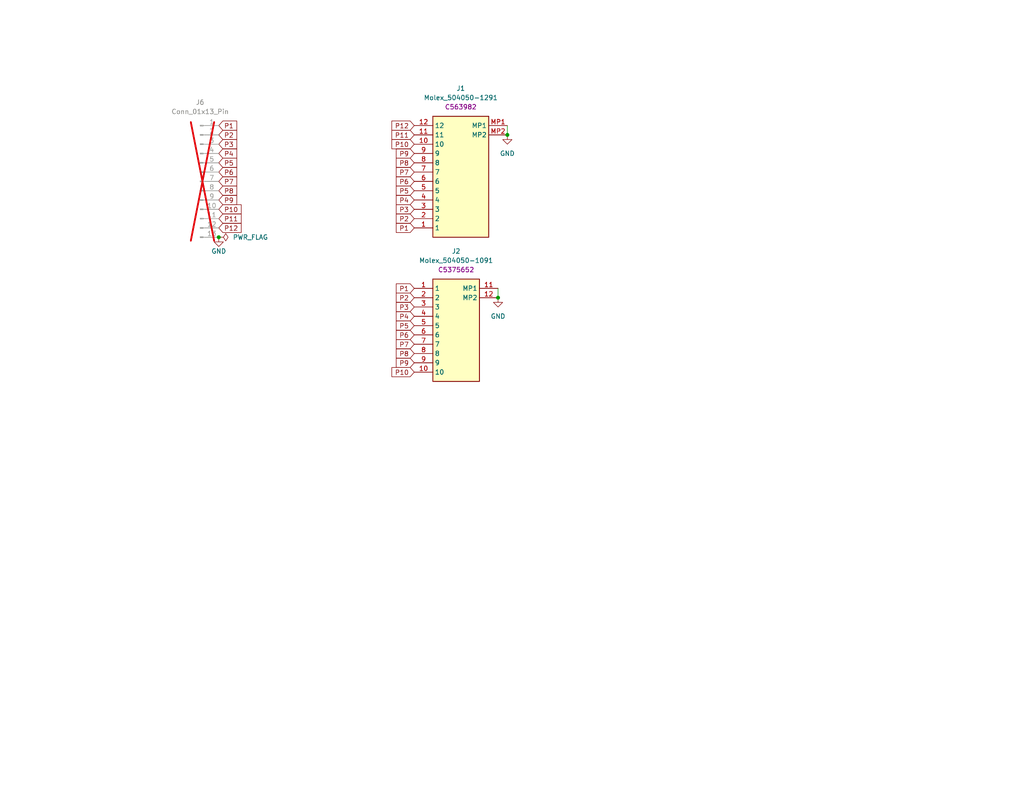
<source format=kicad_sch>
(kicad_sch (version 20230121) (generator eeschema)
  (paper "USLetter")
  (title_block (title "Pico-Lock Breakout Board") (date "2024-04-17") (rev "${PCB_VERSION}") (company "TVSC"))
  (lib_symbols
    (symbol "Connector:Conn_01x13_Pin" (pin_names (offset 1.016) hide)
      (property "Reference" "J" (at 0 17.78 0))
      (property "Value" "Conn_01x13_Pin" (at 0 -17.78 0))
      (symbol "Conn_01x13_Pin_1_1"
        (polyline (pts (xy 1.27 -15.24) (xy 0.8636 -15.24)) (stroke (width 0.1524)))
        (polyline (pts (xy 1.27 -12.7) (xy 0.8636 -12.7)) (stroke (width 0.1524)))
        (polyline (pts (xy 1.27 -10.16) (xy 0.8636 -10.16)) (stroke (width 0.1524)))
        (polyline (pts (xy 1.27 -7.62) (xy 0.8636 -7.62)) (stroke (width 0.1524)))
        (polyline (pts (xy 1.27 -5.08) (xy 0.8636 -5.08)) (stroke (width 0.1524)))
        (polyline (pts (xy 1.27 -2.54) (xy 0.8636 -2.54)) (stroke (width 0.1524)))
        (polyline (pts (xy 1.27 0) (xy 0.8636 0)) (stroke (width 0.1524)))
        (polyline (pts (xy 1.27 2.54) (xy 0.8636 2.54)) (stroke (width 0.1524)))
        (polyline (pts (xy 1.27 5.08) (xy 0.8636 5.08)) (stroke (width 0.1524)))
        (polyline (pts (xy 1.27 7.62) (xy 0.8636 7.62)) (stroke (width 0.1524)))
        (polyline (pts (xy 1.27 10.16) (xy 0.8636 10.16)) (stroke (width 0.1524)))
        (polyline (pts (xy 1.27 12.7) (xy 0.8636 12.7)) (stroke (width 0.1524)))
        (polyline (pts (xy 1.27 15.24) (xy 0.8636 15.24)) (stroke (width 0.1524)))
        (rectangle (start 0.8636 -15.113) (end 0 -15.367) (stroke (width 0.1524)) (fill (type outline)))
        (rectangle (start 0.8636 -12.573) (end 0 -12.827) (stroke (width 0.1524)) (fill (type outline)))
        (rectangle (start 0.8636 -10.033) (end 0 -10.287) (stroke (width 0.1524)) (fill (type outline)))
        (rectangle (start 0.8636 -7.493) (end 0 -7.747) (stroke (width 0.1524)) (fill (type outline)))
        (rectangle (start 0.8636 -4.953) (end 0 -5.207) (stroke (width 0.1524)) (fill (type outline)))
        (rectangle (start 0.8636 -2.413) (end 0 -2.667) (stroke (width 0.1524)) (fill (type outline)))
        (rectangle (start 0.8636 0.127) (end 0 -0.127) (stroke (width 0.1524)) (fill (type outline)))
        (rectangle (start 0.8636 2.667) (end 0 2.413) (stroke (width 0.1524)) (fill (type outline)))
        (rectangle (start 0.8636 5.207) (end 0 4.953) (stroke (width 0.1524)) (fill (type outline)))
        (rectangle (start 0.8636 7.747) (end 0 7.493) (stroke (width 0.1524)) (fill (type outline)))
        (rectangle (start 0.8636 10.287) (end 0 10.033) (stroke (width 0.1524)) (fill (type outline)))
        (rectangle (start 0.8636 12.827) (end 0 12.573) (stroke (width 0.1524)) (fill (type outline)))
        (rectangle (start 0.8636 15.367) (end 0 15.113) (stroke (width 0.1524)) (fill (type outline)))
        (pin passive line (at 5.08 15.24 180) (length 3.81) (name "Pin_1") (number "1"))
        (pin passive line (at 5.08 -7.62 180) (length 3.81) (name "Pin_10") (number "10"))
        (pin passive line (at 5.08 -10.16 180) (length 3.81) (name "Pin_11") (number "11"))
        (pin passive line (at 5.08 -12.7 180) (length 3.81) (name "Pin_12") (number "12"))
        (pin passive line (at 5.08 -15.24 180) (length 3.81) (name "Pin_13") (number "13"))
        (pin passive line (at 5.08 12.7 180) (length 3.81) (name "Pin_2") (number "2"))
        (pin passive line (at 5.08 10.16 180) (length 3.81) (name "Pin_3") (number "3"))
        (pin passive line (at 5.08 7.62 180) (length 3.81) (name "Pin_4") (number "4"))
        (pin passive line (at 5.08 5.08 180) (length 3.81) (name "Pin_5") (number "5"))
        (pin passive line (at 5.08 2.54 180) (length 3.81) (name "Pin_6") (number "6"))
        (pin passive line (at 5.08 0 180) (length 3.81) (name "Pin_7") (number "7"))
        (pin passive line (at 5.08 -2.54 180) (length 3.81) (name "Pin_8") (number "8"))
        (pin passive line (at 5.08 -5.08 180) (length 3.81) (name "Pin_9") (number "9"))
      )
    )
    (symbol "TVSC:Molex_504050-1091"
      (property "Reference" "J" (at 5.08 7.62 0))
      (property "Value" "Molex_504050-1091" (at 5.08 5.08 0))
      (property "MPN" "C5375652" (at 17.78 -26.67 0))
      (symbol "Molex_504050-1091_1_1"
        (rectangle (start 5.08 2.54) (end 17.78 -25.4) (stroke (width 0.254)) (fill (type background)))
        (pin passive line (at 0 0 0) (length 5.08) (name "1") (number "1"))
        (pin passive line (at 0 -22.86 0) (length 5.08) (name "10") (number "10"))
        (pin passive line (at 22.86 0 180) (length 5.08) (name "MP1") (number "11"))
        (pin passive line (at 22.86 -2.54 180) (length 5.08) (name "MP2") (number "12"))
        (pin passive line (at 0 -2.54 0) (length 5.08) (name "2") (number "2"))
        (pin passive line (at 0 -5.08 0) (length 5.08) (name "3") (number "3"))
        (pin passive line (at 0 -7.62 0) (length 5.08) (name "4") (number "4"))
        (pin passive line (at 0 -10.16 0) (length 5.08) (name "5") (number "5"))
        (pin passive line (at 0 -12.7 0) (length 5.08) (name "6") (number "6"))
        (pin passive line (at 0 -15.24 0) (length 5.08) (name "7") (number "7"))
        (pin passive line (at 0 -17.78 0) (length 5.08) (name "8") (number "8"))
        (pin passive line (at 0 -20.32 0) (length 5.08) (name "9") (number "9"))
      )
    )
    (symbol "TVSC:Molex_504050-1291"
      (property "Reference" "J" (at 21.59 7.62 0))
      (property "Value" "Molex_504050-1291" (at 21.59 5.08 0))
      (property "MPN" "C563982" (at 0 0 0))
      (symbol "Molex_504050-1291_1_1"
        (rectangle (start 5.08 2.54) (end 20.32 -30.48) (stroke (width 0.254)) (fill (type background)))
        (pin passive line (at 0 -27.94 0) (length 5.08) (name "1") (number "1"))
        (pin passive line (at 0 -5.08 0) (length 5.08) (name "10") (number "10"))
        (pin passive line (at 0 -2.54 0) (length 5.08) (name "11") (number "11"))
        (pin passive line (at 0 0 0) (length 5.08) (name "12") (number "12"))
        (pin passive line (at 0 -25.4 0) (length 5.08) (name "2") (number "2"))
        (pin passive line (at 0 -22.86 0) (length 5.08) (name "3") (number "3"))
        (pin passive line (at 0 -20.32 0) (length 5.08) (name "4") (number "4"))
        (pin passive line (at 0 -17.78 0) (length 5.08) (name "5") (number "5"))
        (pin passive line (at 0 -15.24 0) (length 5.08) (name "6") (number "6"))
        (pin passive line (at 0 -12.7 0) (length 5.08) (name "7") (number "7"))
        (pin passive line (at 0 -10.16 0) (length 5.08) (name "8") (number "8"))
        (pin passive line (at 0 -7.62 0) (length 5.08) (name "9") (number "9"))
        (pin passive line (at 25.4 0 180) (length 5.08) (name "MP1") (number "MP1"))
        (pin passive line (at 25.4 -2.54 180) (length 5.08) (name "MP2") (number "MP2"))
      )
    )
    (symbol "power:GND" (power) (pin_names (offset 0))
      (property "Value" "GND" (at 0 -3.81 0))
      (symbol "GND_0_1"
        (polyline (pts (xy 0 0) (xy 0 -1.27) (xy 1.27 -1.27) (xy 0 -2.54) (xy -1.27 -1.27) (xy 0 -1.27)))
      )
      (symbol "GND_1_1"
        (pin power_in line (at 0 0 270) (length 0) hide (name "GND") (number "1"))
      )
    )
    (symbol "power:PWR_FLAG" (power) (pin_numbers hide) (pin_names (offset 0) hide)
      (property "Value" "PWR_FLAG" (at 0 3.81 0))
      (symbol "PWR_FLAG_0_0"
        (pin power_out line (at 0 0 90) (length 0) (name "pwr") (number "1"))
      )
      (symbol "PWR_FLAG_0_1"
        (polyline (pts (xy 0 0) (xy 0 1.27) (xy -1.016 1.905) (xy 0 2.54) (xy 1.016 1.905) (xy 0 1.27)))
      )
    )
  )
  (junction (at 135.89 81.28))
  (junction (at 138.43 36.83))
  (junction (at 59.69 64.77))
  (wire (pts (xy 138.43 34.29) (xy 138.43 36.83)))
  (wire (pts (xy 135.89 78.74) (xy 135.89 81.28)))
  (global_label "P3" (shape input) (at 113.03 83.82 180) (property "Intersheetrefs" "${INTERSHEET_REFS}" (effects hide)))
  (global_label "P4" (shape input) (at 113.03 54.61 180) (property "Intersheetrefs" "${INTERSHEET_REFS}" (effects hide)))
  (global_label "P5" (shape input) (at 113.03 88.9 180) (property "Intersheetrefs" "${INTERSHEET_REFS}" (effects hide)))
  (global_label "P3" (shape input) (at 113.03 57.15 180) (property "Intersheetrefs" "${INTERSHEET_REFS}" (effects hide)))
  (global_label "P11" (shape input) (at 59.69 59.69 0) (property "Intersheetrefs" "${INTERSHEET_REFS}" (effects hide)))
  (global_label "P4" (shape input) (at 59.69 41.91 0) (property "Intersheetrefs" "${INTERSHEET_REFS}" (effects hide)))
  (global_label "P10" (shape input) (at 59.69 57.15 0) (property "Intersheetrefs" "${INTERSHEET_REFS}" (effects hide)))
  (global_label "P2" (shape input) (at 113.03 59.69 180) (property "Intersheetrefs" "${INTERSHEET_REFS}" (effects hide)))
  (global_label "P8" (shape input) (at 113.03 44.45 180) (property "Intersheetrefs" "${INTERSHEET_REFS}" (effects hide)))
  (global_label "P1" (shape input) (at 113.03 78.74 180) (property "Intersheetrefs" "${INTERSHEET_REFS}" (effects hide)))
  (global_label "P5" (shape input) (at 59.69 44.45 0) (property "Intersheetrefs" "${INTERSHEET_REFS}" (effects hide)))
  (global_label "P2" (shape input) (at 59.69 36.83 0) (property "Intersheetrefs" "${INTERSHEET_REFS}" (effects hide)))
  (global_label "P5" (shape input) (at 113.03 52.07 180) (property "Intersheetrefs" "${INTERSHEET_REFS}" (effects hide)))
  (global_label "P7" (shape input) (at 59.69 49.53 0) (property "Intersheetrefs" "${INTERSHEET_REFS}" (effects hide)))
  (global_label "P7" (shape input) (at 113.03 46.99 180) (property "Intersheetrefs" "${INTERSHEET_REFS}" (effects hide)))
  (global_label "P7" (shape input) (at 113.03 93.98 180) (property "Intersheetrefs" "${INTERSHEET_REFS}" (effects hide)))
  (global_label "P6" (shape input) (at 113.03 49.53 180) (property "Intersheetrefs" "${INTERSHEET_REFS}" (effects hide)))
  (global_label "P4" (shape input) (at 113.03 86.36 180) (property "Intersheetrefs" "${INTERSHEET_REFS}" (effects hide)))
  (global_label "P10" (shape input) (at 113.03 39.37 180) (property "Intersheetrefs" "${INTERSHEET_REFS}" (effects hide)))
  (global_label "P6" (shape input) (at 113.03 91.44 180) (property "Intersheetrefs" "${INTERSHEET_REFS}" (effects hide)))
  (global_label "P3" (shape input) (at 59.69 39.37 0) (property "Intersheetrefs" "${INTERSHEET_REFS}" (effects hide)))
  (global_label "P12" (shape input) (at 59.69 62.23 0) (property "Intersheetrefs" "${INTERSHEET_REFS}" (effects hide)))
  (global_label "P10" (shape input) (at 113.03 101.6 180) (property "Intersheetrefs" "${INTERSHEET_REFS}" (effects hide)))
  (global_label "P6" (shape input) (at 59.69 46.99 0) (property "Intersheetrefs" "${INTERSHEET_REFS}" (effects hide)))
  (global_label "P2" (shape input) (at 113.03 81.28 180) (property "Intersheetrefs" "${INTERSHEET_REFS}" (effects hide)))
  (global_label "P9" (shape input) (at 59.69 54.61 0) (property "Intersheetrefs" "${INTERSHEET_REFS}" (effects hide)))
  (global_label "P1" (shape input) (at 59.69 34.29 0) (property "Intersheetrefs" "${INTERSHEET_REFS}" (effects hide)))
  (global_label "P9" (shape input) (at 113.03 41.91 180) (property "Intersheetrefs" "${INTERSHEET_REFS}" (effects hide)))
  (global_label "P8" (shape input) (at 113.03 96.52 180) (property "Intersheetrefs" "${INTERSHEET_REFS}" (effects hide)))
  (global_label "P8" (shape input) (at 59.69 52.07 0) (property "Intersheetrefs" "${INTERSHEET_REFS}" (effects hide)))
  (global_label "P11" (shape input) (at 113.03 36.83 180) (property "Intersheetrefs" "${INTERSHEET_REFS}" (effects hide)))
  (global_label "P9" (shape input) (at 113.03 99.06 180) (property "Intersheetrefs" "${INTERSHEET_REFS}" (effects hide)))
  (global_label "P1" (shape input) (at 113.03 62.23 180) (property "Intersheetrefs" "${INTERSHEET_REFS}" (effects hide)))
  (global_label "P12" (shape input) (at 113.03 34.29 180) (property "Intersheetrefs" "${INTERSHEET_REFS}" (effects hide)))
  (symbol (lib_id "power:PWR_FLAG") (at 59.69 64.77 270) (unit 1)
    (property "Reference" "#FLG01" (effects hide))
    (property "Value" "PWR_FLAG" (at 63.5 64.77 90) (effects (justify left)))
  )
  (symbol (lib_id "TVSC:Molex_504050-1091") (at 113.03 78.74 0) (unit 1)
    (property "Reference" "J2" (at 124.46 68.58 0))
    (property "Value" "Molex_504050-1091" (at 124.46 71.12 0))
    (property "Footprint" "footprints:Molex_504050-1091" (effects hide))
    (property "Datasheet" "https://datasheet.datasheetarchive.com/originals/distributors/Datasheets_SAMA/78973205e9f4d17ddd54ea229574413e.pdf" (effects hide))
    (property "Manufacturer" "Molex" (effects hide))
    (property "Manufacturer Part Number" "504050-1091" (effects hide))
    (property "MPN" "C5375652" (at 124.46 73.66 0))
  )
  (symbol (lib_id "Connector:Conn_01x13_Pin") (at 54.61 49.53 0) (unit 1) (dnp yes)
    (property "Reference" "J6" (at 54.61 27.94 0))
    (property "Value" "Conn_01x13_Pin" (at 54.61 30.48 0))
    (property "Footprint" "Connector_PinHeader_2.54mm:PinHeader_1x13_P2.54mm_Vertical" (effects hide))
  )
  (symbol (lib_id "power:GND") (at 135.89 81.28 0) (unit 1)
    (property "Reference" "#PWR03" (effects hide))
    (property "Value" "GND" (at 135.89 86.36 0))
  )
  (symbol (lib_id "power:GND") (at 59.69 64.77 0) (unit 1)
    (property "Reference" "#PWR01" (effects hide))
    (property "Value" "GND" (at 59.69 68.58 0))
  )
  (symbol (lib_id "power:GND") (at 138.43 36.83 0) (unit 1)
    (property "Reference" "#PWR02" (effects hide))
    (property "Value" "GND" (at 138.43 41.91 0))
  )
  (symbol (lib_id "TVSC:Molex_504050-1291") (at 113.03 34.29 0) (unit 1)
    (property "Reference" "J1" (at 125.73 24.13 0))
    (property "Value" "Molex_504050-1291" (at 125.73 26.67 0))
    (property "Footprint" "footprints:Molex_504050-1291" (effects hide))
    (property "Datasheet" "https://www.molex.com/en-us/products/part-detail/5040501291" (effects hide))
    (property "Manufacturer" "Molex" (effects hide))
    (property "Manufacturer Part Number" "504050-1291" (effects hide))
    (property "MPN" "C563982" (at 125.73 29.21 0))
  )
)
</source>
